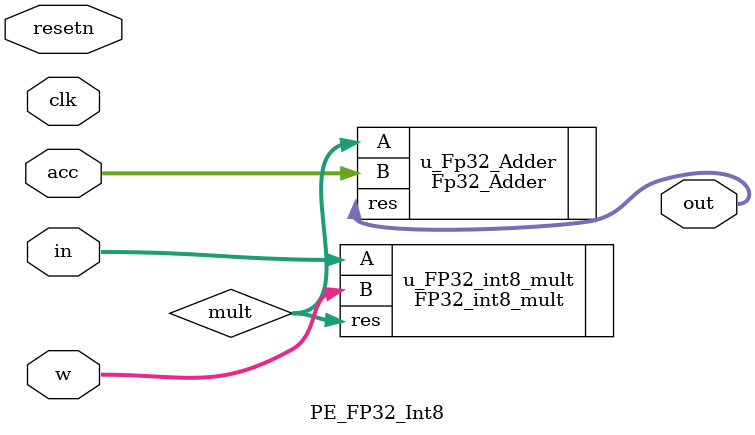
<source format=sv>
module PE_FP32_Int8(
    input logic resetn,
    input logic clk,

    input logic signed[31:0] in,
    input logic signed[31:0] acc, 
    input logic signed[7:0] w, 
    
    output logic signed[31:0] out
);

logic[31:0] mult;

FP32_int8_mult u_FP32_int8_mult (
    .A      (in),
    .B      (w),
    .res    (mult)
);

Fp32_Adder u_Fp32_Adder (
    .A      (mult),
    .B      (acc),
    .res    (out)
);

endmodule 

</source>
